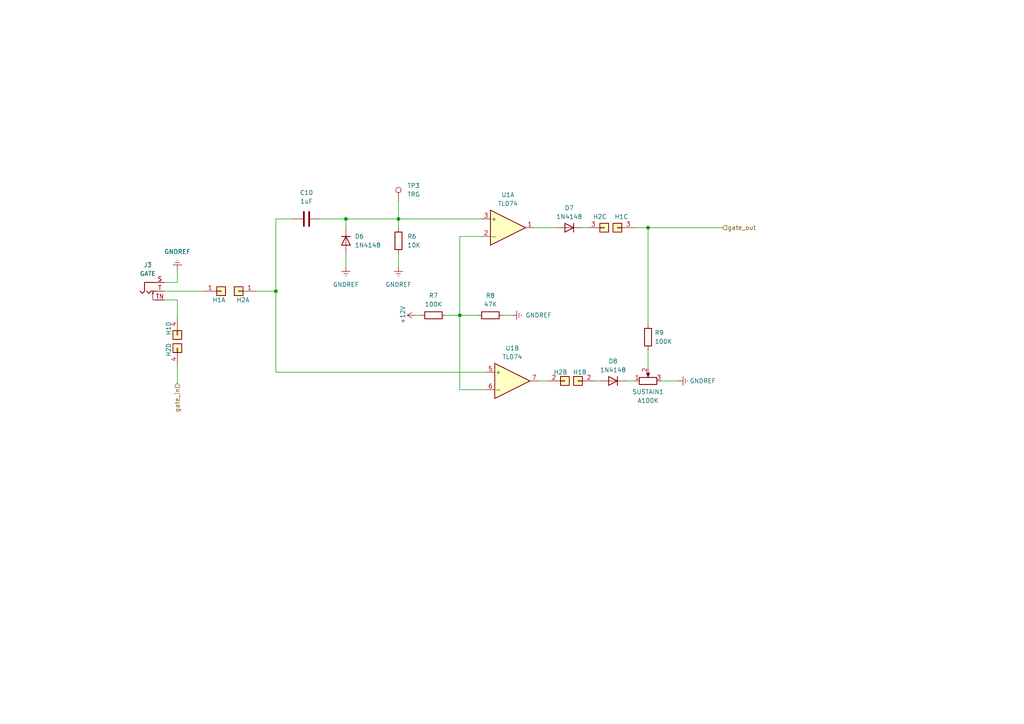
<source format=kicad_sch>
(kicad_sch (version 20231120) (generator "eeschema") (generator_version "8.0")
  (paper "A4")
  (lib_symbols
    (symbol "Amplifier_Operational:TL074" (pin_names (offset 0.127))
      (property "Reference" "U" (at 0 5.08 0))
      (property "Value" "TL074" (at 0 -5.08 0))
      (symbol "TL074_1_1"
        (polyline (pts (xy -5.08 5.08) (xy 5.08 0) (xy -5.08 -5.08) (xy -5.08 5.08)) (stroke (width 0.254)) (fill (type background)))
        (pin output line (at 7.62 0 180) (length 2.54) (name "~") (number "1"))
        (pin input line (at -7.62 -2.54 0) (length 2.54) (name "-") (number "2"))
        (pin input line (at -7.62 2.54 0) (length 2.54) (name "+") (number "3"))
      )
      (symbol "TL074_2_1"
        (polyline (pts (xy -5.08 5.08) (xy 5.08 0) (xy -5.08 -5.08) (xy -5.08 5.08)) (stroke (width 0.254)) (fill (type background)))
        (pin input line (at -7.62 2.54 0) (length 2.54) (name "+") (number "5"))
        (pin input line (at -7.62 -2.54 0) (length 2.54) (name "-") (number "6"))
        (pin output line (at 7.62 0 180) (length 2.54) (name "~") (number "7"))
      )
      (symbol "TL074_3_1"
        (polyline (pts (xy -5.08 5.08) (xy 5.08 0) (xy -5.08 -5.08) (xy -5.08 5.08)) (stroke (width 0.254)) (fill (type background)))
        (pin input line (at -7.62 2.54 0) (length 2.54) (name "+") (number "10"))
        (pin output line (at 7.62 0 180) (length 2.54) (name "~") (number "8"))
        (pin input line (at -7.62 -2.54 0) (length 2.54) (name "-") (number "9"))
      )
      (symbol "TL074_4_1"
        (polyline (pts (xy -5.08 5.08) (xy 5.08 0) (xy -5.08 -5.08) (xy -5.08 5.08)) (stroke (width 0.254)) (fill (type background)))
        (pin input line (at -7.62 2.54 0) (length 2.54) (name "+") (number "12"))
        (pin input line (at -7.62 -2.54 0) (length 2.54) (name "-") (number "13"))
        (pin output line (at 7.62 0 180) (length 2.54) (name "~") (number "14"))
      )
      (symbol "TL074_5_1"
        (pin power_in line (at -2.54 -7.62 90) (length 3.81) (name "V-") (number "11"))
        (pin power_in line (at -2.54 7.62 270) (length 3.81) (name "V+") (number "4"))
      )
    )
    (symbol "Connector:TestPoint" (pin_numbers hide) (pin_names (offset 0.762) hide)
      (property "Reference" "TP" (at 0 6.858 0))
      (property "Value" "TestPoint" (at 0 5.08 0))
      (symbol "TestPoint_0_1"
        (circle (center 0 3.302) (radius 0.762))
      )
      (symbol "TestPoint_1_1"
        (pin passive line (at 0 0 90) (length 2.54) (name "1") (number "1"))
      )
    )
    (symbol "power:+12V" (power) (pin_numbers hide) (pin_names (offset 0) hide)
      (property "Value" "+12V" (at 0 3.556 0))
      (symbol "+12V_0_1"
        (polyline (pts (xy -0.762 1.27) (xy 0 2.54)))
        (polyline (pts (xy 0 0) (xy 0 2.54)))
        (polyline (pts (xy 0 2.54) (xy 0.762 1.27)))
      )
      (symbol "+12V_1_1"
        (pin power_in line (at 0 0 90) (length 0) (name "~") (number "1"))
      )
    )
    (symbol "power:GNDREF" (power) (pin_numbers hide) (pin_names (offset 0) hide)
      (property "Value" "GNDREF" (at 0 -3.81 0))
      (symbol "GNDREF_0_1"
        (polyline (pts (xy -0.635 -1.905) (xy 0.635 -1.905)))
        (polyline (pts (xy -0.127 -2.54) (xy 0.127 -2.54)))
        (polyline (pts (xy 0 -1.27) (xy 0 0)))
        (polyline (pts (xy 1.27 -1.27) (xy -1.27 -1.27)))
      )
      (symbol "GNDREF_1_1"
        (pin power_in line (at 0 0 270) (length 0) (name "~") (number "1"))
      )
    )
    (symbol "synth:AudioJack_Mono_3.5mm"
      (property "Reference" "J" (at 0 8.89 0))
      (property "Value" "AudioJack_Mono_3.5mm" (at 0 6.35 0))
      (symbol "AudioJack_Mono_3.5mm_0_1"
        (polyline (pts (xy 1.778 -0.254) (xy 2.032 -0.762)))
        (polyline (pts (xy 0 0) (xy 0.635 -0.635) (xy 1.27 0) (xy 2.54 0)) (stroke (width 0.254)))
        (polyline (pts (xy 2.54 -2.54) (xy 1.778 -2.54) (xy 1.778 -0.254) (xy 1.524 -0.762)))
        (polyline (pts (xy 2.54 2.54) (xy -0.635 2.54) (xy -0.635 0) (xy -1.27 -0.635) (xy -1.905 0)) (stroke (width 0.254)))
      )
      (symbol "AudioJack_Mono_3.5mm_1_1"
        (pin passive line (at 5.08 2.54 180) (length 2.54) (name "~") (number "S"))
        (pin passive line (at 5.08 0 180) (length 2.54) (name "~") (number "T"))
        (pin passive line (at 5.08 -2.54 180) (length 2.54) (name "~") (number "TN"))
      )
    )
    (symbol "synth:C_1uF (MKS)" (pin_numbers hide) (pin_names (offset 0.254))
      (property "Reference" "C" (at 3.048 1.016 0))
      (property "Value" "C_1uF (MKS)" (at 3.048 -1.016 0))
      (symbol "C_1uF (MKS)_0_1"
        (polyline (pts (xy -2.032 -0.762) (xy 2.032 -0.762)) (stroke (width 0.508)))
        (polyline (pts (xy -2.032 0.762) (xy 2.032 0.762)) (stroke (width 0.508)))
      )
      (symbol "C_1uF (MKS)_1_1"
        (pin passive line (at 0 3.81 270) (length 2.794) (name "~") (number "1"))
        (pin passive line (at 0 -3.81 90) (length 2.794) (name "~") (number "2"))
      )
    )
    (symbol "synth:D_Signal (1N4148)" (pin_numbers hide) (pin_names hide)
      (property "Reference" "D" (at 0 2.54 0))
      (property "Value" "1N4148" (at 0 -2.54 0))
      (symbol "D_Signal (1N4148)_0_1"
        (polyline (pts (xy -1.27 1.27) (xy -1.27 -1.27)) (stroke (width 0.254)))
        (polyline (pts (xy 1.27 0) (xy -1.27 0)))
        (polyline (pts (xy 1.27 1.27) (xy 1.27 -1.27) (xy -1.27 0) (xy 1.27 1.27)) (stroke (width 0.254)))
      )
      (symbol "D_Signal (1N4148)_1_1"
        (pin passive line (at -3.81 0 0) (length 2.54) (name "K") (number "1"))
        (pin passive line (at 3.81 0 180) (length 2.54) (name "A") (number "2"))
      )
    )
    (symbol "synth:PinHeader_01x04" (pin_names (offset 1.016) hide)
      (property "Reference" "J" (at 0 2.54 0))
      (property "Value" "PinHeader_01x04" (at 0 -2.54 0))
      (symbol "PinHeader_01x04_1_1"
        (rectangle (start -1.27 0.127) (end 0 -0.127) (stroke (width 0.1524)))
        (rectangle (start -1.27 1.27) (end 1.27 -1.27) (stroke (width 0.254)) (fill (type background)))
        (pin passive line (at -5.08 0 0) (length 3.81) (name "Pin_1") (number "1"))
      )
      (symbol "PinHeader_01x04_2_1"
        (rectangle (start -1.27 0.127) (end 0 -0.127) (stroke (width 0.1524)))
        (rectangle (start -1.27 1.27) (end 1.27 -1.27) (stroke (width 0.254)) (fill (type background)))
        (pin passive line (at -5.08 0 0) (length 3.81) (name "Pin_2") (number "2"))
      )
      (symbol "PinHeader_01x04_3_1"
        (rectangle (start -1.27 0.127) (end 0 -0.127) (stroke (width 0.1524)))
        (rectangle (start -1.27 1.27) (end 1.27 -1.27) (stroke (width 0.254)) (fill (type background)))
        (pin passive line (at -5.08 0 0) (length 3.81) (name "Pin_3") (number "3"))
      )
      (symbol "PinHeader_01x04_4_1"
        (rectangle (start -1.27 0.127) (end 0 -0.127) (stroke (width 0.1524)))
        (rectangle (start -1.27 1.27) (end 1.27 -1.27) (stroke (width 0.254)) (fill (type background)))
        (pin passive line (at -5.08 0 0) (length 3.81) (name "Pin_4") (number "4"))
      )
    )
    (symbol "synth:PinSocket_01x04" (pin_names (offset 1.016) hide)
      (property "Reference" "J" (at 0 2.54 0))
      (property "Value" "PinSocket_01x04" (at 0 -2.54 0))
      (symbol "PinSocket_01x04_1_1"
        (rectangle (start -1.27 0.127) (end 0 -0.127) (stroke (width 0.1524)))
        (rectangle (start -1.27 1.27) (end 1.27 -1.27) (stroke (width 0.254)) (fill (type background)))
        (pin passive line (at -5.08 0 0) (length 3.81) (name "Pin_1") (number "1"))
      )
      (symbol "PinSocket_01x04_2_1"
        (rectangle (start -1.27 0.127) (end 0 -0.127) (stroke (width 0.1524)))
        (rectangle (start -1.27 1.27) (end 1.27 -1.27) (stroke (width 0.254)) (fill (type background)))
        (pin passive line (at -5.08 0 0) (length 3.81) (name "Pin_2") (number "2"))
      )
      (symbol "PinSocket_01x04_3_1"
        (rectangle (start -1.27 0.127) (end 0 -0.127) (stroke (width 0.1524)))
        (rectangle (start -1.27 1.27) (end 1.27 -1.27) (stroke (width 0.254)) (fill (type background)))
        (pin passive line (at -5.08 0 0) (length 3.81) (name "Pin_3") (number "3"))
      )
      (symbol "PinSocket_01x04_4_1"
        (rectangle (start -1.27 0.127) (end 0 -0.127) (stroke (width 0.1524)))
        (rectangle (start -1.27 1.27) (end 1.27 -1.27) (stroke (width 0.254)) (fill (type background)))
        (pin passive line (at -5.08 0 0) (length 3.81) (name "Pin_4") (number "4"))
      )
    )
    (symbol "synth:R_Default" (pin_numbers hide) (pin_names (offset 0))
      (property "Reference" "R" (at -2.032 0 90))
      (property "Value" "R1" (at 2.032 0 90))
      (symbol "R_Default_0_1"
        (rectangle (start 1.016 -2.54) (end -1.016 2.54) (stroke (width 0.254)))
      )
      (symbol "R_Default_1_1"
        (pin passive line (at 0 -3.81 90) (length 1.27) (name "~") (number "1"))
        (pin passive line (at 0 3.81 270) (length 1.27) (name "~") (number "2"))
      )
    )
    (symbol "synth:R_Potentiometer (P0915N)" (pin_names (offset 1.016) hide)
      (property "Reference" "RV" (at -4.445 0 90))
      (property "Value" "R_Potentiometer" (at -2.54 0 90))
      (symbol "R_Potentiometer (P0915N)_0_1"
        (rectangle (start -1.016 2.54) (end 1.016 -2.54) (stroke (width 0.254)))
        (polyline (pts (xy 2.54 0) (xy 1.524 0)))
        (polyline (pts (xy 1.143 0) (xy 2.286 0.508) (xy 2.286 -0.508) (xy 1.143 0)) (fill (type outline)))
      )
      (symbol "R_Potentiometer (P0915N)_1_1"
        (pin passive line (at 0 3.81 270) (length 1.27) (name "1") (number "1"))
        (pin passive line (at 3.81 0 180) (length 1.27) (name "2") (number "2"))
        (pin passive line (at 0 -3.81 90) (length 1.27) (name "3") (number "3"))
      )
    )
  )
  (junction (at 133.35 91.44))
  (junction (at 80.01 84.455))
  (junction (at 100.33 63.5))
  (junction (at 115.57 63.5))
  (junction (at 187.96 66.04))
  (wire (pts (xy 140.97 113.03) (xy 133.35 113.03)))
  (wire (pts (xy 187.96 66.04) (xy 209.55 66.04)))
  (wire (pts (xy 100.33 77.47) (xy 100.33 73.66)))
  (wire (pts (xy 80.01 84.455) (xy 80.01 107.95)))
  (wire (pts (xy 80.01 63.5) (xy 80.01 84.455)))
  (wire (pts (xy 191.77 110.49) (xy 196.85 110.49)))
  (wire (pts (xy 133.35 68.58) (xy 139.7 68.58)))
  (wire (pts (xy 47.625 81.915) (xy 51.435 81.915)))
  (wire (pts (xy 172.72 110.49) (xy 173.99 110.49)))
  (wire (pts (xy 181.61 110.49) (xy 184.15 110.49)))
  (wire (pts (xy 133.35 68.58) (xy 133.35 91.44)))
  (wire (pts (xy 115.57 73.66) (xy 115.57 77.47)))
  (wire (pts (xy 51.435 86.995) (xy 51.435 92.075)))
  (wire (pts (xy 138.43 91.44) (xy 133.35 91.44)))
  (wire (pts (xy 51.435 81.915) (xy 51.435 78.105)))
  (wire (pts (xy 120.65 91.44) (xy 121.92 91.44)))
  (wire (pts (xy 47.625 84.455) (xy 59.055 84.455)))
  (wire (pts (xy 115.57 66.04) (xy 115.57 63.5)))
  (wire (pts (xy 85.09 63.5) (xy 80.01 63.5)))
  (wire (pts (xy 187.96 66.04) (xy 184.15 66.04)))
  (wire (pts (xy 170.18 66.04) (xy 168.91 66.04)))
  (wire (pts (xy 92.71 63.5) (xy 100.33 63.5)))
  (wire (pts (xy 100.33 66.04) (xy 100.33 63.5)))
  (wire (pts (xy 133.35 113.03) (xy 133.35 91.44)))
  (wire (pts (xy 47.625 86.995) (xy 51.435 86.995)))
  (wire (pts (xy 187.96 101.6) (xy 187.96 106.68)))
  (wire (pts (xy 115.57 63.5) (xy 139.7 63.5)))
  (wire (pts (xy 140.97 107.95) (xy 80.01 107.95)))
  (wire (pts (xy 100.33 63.5) (xy 115.57 63.5)))
  (wire (pts (xy 115.57 58.42) (xy 115.57 63.5)))
  (wire (pts (xy 148.59 91.44) (xy 146.05 91.44)))
  (wire (pts (xy 156.21 110.49) (xy 158.75 110.49)))
  (wire (pts (xy 74.295 84.455) (xy 80.01 84.455)))
  (wire (pts (xy 154.94 66.04) (xy 161.29 66.04)))
  (wire (pts (xy 187.96 66.04) (xy 187.96 93.98)))
  (wire (pts (xy 129.54 91.44) (xy 133.35 91.44)))
  (wire (pts (xy 51.435 106.045) (xy 51.435 111.125)))
  (hierarchical_label "gate_in" (shape input) (at 51.435 111.125 270))
  (hierarchical_label "gate_out" (shape input) (at 209.55 66.04 0))
  (symbol (lib_id "synth:D_Signal (1N4148)") (at 177.8 110.49 180) (unit 1)
    (property "Reference" "D8" (at 177.8 104.775 0))
    (property "Value" "1N4148" (at 177.8 107.315 0))
    (property "Footprint" "Synth:D_DO-35_SOD27_P7.62mm_Horizontal" (effects (hide yes)))
    (property "Datasheet" "https://assets.nexperia.com/documents/data-sheet/1N4148_1N4448.pdf" (effects (hide yes)))
    (property "Description" "100V 0.15A standard switching diode, DO-35" (effects (hide yes)))
    (property "Sim.Device" "D" (effects (hide yes)))
    (property "Sim.Pins" "1=K 2=A" (effects (hide yes)))
  )
  (symbol (lib_id "synth:PinHeader_01x04") (at 179.07 66.04 180) (unit 3)
    (property "Reference" "H1" (at 182.245 62.865 0) (effects (justify left)))
    (property "Value" "TOP_IN" (effects (hide yes)))
    (property "Footprint" "Synth:PinHeader_1x04_P2.54mm_Vertical" (effects (hide yes)))
    (property "Description" "Generic connector, single row, 01x01, script generated (kicad-library-utils/schlib/autogen/connector/)" (effects (hide yes)))
  )
  (symbol (lib_id "power:GNDREF") (at 148.59 91.44 90) (unit 1)
    (property "Reference" "#PWR023" (effects (hide yes)))
    (property "Value" "GNDREF" (at 152.4 91.44 90) (effects (justify right)))
    (property "Description" "Power symbol creates a global label with name \"GNDREF\" , reference supply ground" (effects (hide yes)))
  )
  (symbol (lib_id "synth:R_Default") (at 187.96 97.79 180) (unit 1)
    (property "Reference" "R9" (at 189.865 96.5199 0) (effects (justify right)))
    (property "Value" "100K" (at 189.865 99.0599 0) (effects (justify right)))
    (property "Footprint" "Synth:R_Default (DIN0207)" (effects (hide yes)))
    (property "Description" "Resistor" (effects (hide yes)))
  )
  (symbol (lib_id "synth:PinHeader_01x04") (at 64.135 84.455 0) (unit 1)
    (property "Reference" "H1" (at 61.595 86.995 0) (effects (justify left)))
    (property "Value" "TOP_IN" (effects (hide yes)))
    (property "Footprint" "Synth:PinHeader_1x04_P2.54mm_Vertical" (effects (hide yes)))
    (property "Description" "Generic connector, single row, 01x01, script generated (kicad-library-utils/schlib/autogen/connector/)" (effects (hide yes)))
  )
  (symbol (lib_id "Connector:TestPoint") (at 115.57 58.42 0) (unit 1)
    (property "Reference" "TP3" (at 118.11 53.8479 0) (effects (justify left)))
    (property "Value" "TRG" (at 118.11 56.3879 0) (effects (justify left)))
    (property "Footprint" "Connector_Pin:Pin_D1.0mm_L10.0mm" (effects (hide yes)))
    (property "Description" "test point" (effects (hide yes)))
  )
  (symbol (lib_id "synth:PinSocket_01x04") (at 163.83 110.49 0) (unit 2)
    (property "Reference" "H2" (at 162.56 107.95 0))
    (property "Value" "BTM_IN" (effects (hide yes)))
    (property "Footprint" "Synth:PinSocket_1x04_P2.54mm_Vertical" (effects (hide yes)))
    (property "Description" "Generic connector, single row, 01x01, script generated (kicad-library-utils/schlib/autogen/connector/)" (effects (hide yes)))
  )
  (symbol (lib_id "synth:PinSocket_01x04") (at 51.435 97.155 270) (unit 4)
    (property "Reference" "H1" (at 48.895 95.25 0))
    (property "Value" "TOP_IN" (effects (hide yes)))
    (property "Footprint" "Synth:PinSocket_1x04_P2.54mm_Vertical" (effects (hide yes)))
    (property "Description" "Generic connector, single row, 01x01, script generated (kicad-library-utils/schlib/autogen/connector/)" (effects (hide yes)))
  )
  (symbol (lib_id "synth:C_1uF (MKS)") (at 88.9 63.5 90) (unit 1)
    (property "Reference" "C10" (at 88.9 55.88 90))
    (property "Value" "1uF" (at 88.9 58.42 90))
    (property "Footprint" "Synth:C_RECT_MKT_1uF" (effects (hide yes)))
    (property "Description" "Unpolarized capacitor" (effects (hide yes)))
  )
  (symbol (lib_id "power:GNDREF") (at 115.57 77.47 0) (unit 1)
    (property "Reference" "#PWR021" (effects (hide yes)))
    (property "Value" "GNDREF" (at 115.57 82.55 0))
    (property "Description" "Power symbol creates a global label with name \"GNDREF\" , reference supply ground" (effects (hide yes)))
  )
  (symbol (lib_id "Amplifier_Operational:TL074") (at 148.59 110.49 0) (unit 2)
    (property "Reference" "U1" (at 148.59 100.965 0))
    (property "Value" "TL074" (at 148.59 103.505 0))
    (property "Footprint" "Package_DIP:DIP-14_W7.62mm_Socket_LongPads" (effects (hide yes)))
    (property "Datasheet" "http://www.ti.com/lit/ds/symlink/tl071.pdf" (effects (hide yes)))
    (property "Description" "Quad Low-Noise JFET-Input Operational Amplifiers, DIP-14/SOIC-14" (effects (hide yes)))
  )
  (symbol (lib_id "synth:R_Default") (at 142.24 91.44 90) (unit 1)
    (property "Reference" "R8" (at 142.24 85.725 90))
    (property "Value" "47K" (at 142.24 88.265 90))
    (property "Footprint" "Synth:R_Default (DIN0207)" (effects (hide yes)))
    (property "Description" "Resistor" (effects (hide yes)))
  )
  (symbol (lib_id "power:+12V") (at 120.65 91.44 90) (unit 1)
    (property "Reference" "#PWR022" (effects (hide yes)))
    (property "Value" "+12V" (at 116.84 93.98 0) (effects (justify left)))
    (property "Description" "Power symbol creates a global label with name \"+12V\"" (effects (hide yes)))
  )
  (symbol (lib_id "synth:R_Default") (at 125.73 91.44 90) (unit 1)
    (property "Reference" "R7" (at 125.73 85.725 90))
    (property "Value" "100K" (at 125.73 88.265 90))
    (property "Footprint" "Synth:R_Default (DIN0207)" (effects (hide yes)))
    (property "Description" "Resistor" (effects (hide yes)))
  )
  (symbol (lib_id "Amplifier_Operational:TL074") (at 147.32 66.04 0) (unit 1)
    (property "Reference" "U1" (at 147.32 56.515 0))
    (property "Value" "TL074" (at 147.32 59.055 0))
    (property "Footprint" "Package_DIP:DIP-14_W7.62mm_Socket_LongPads" (effects (hide yes)))
    (property "Datasheet" "http://www.ti.com/lit/ds/symlink/tl071.pdf" (effects (hide yes)))
    (property "Description" "Quad Low-Noise JFET-Input Operational Amplifiers, DIP-14/SOIC-14" (effects (hide yes)))
  )
  (symbol (lib_id "power:GNDREF") (at 51.435 78.105 180) (unit 1)
    (property "Reference" "#PWR019" (effects (hide yes)))
    (property "Value" "GNDREF" (at 51.435 73.025 0))
    (property "Description" "Power symbol creates a global label with name \"GNDREF\" , reference supply ground" (effects (hide yes)))
  )
  (symbol (lib_id "synth:AudioJack_Mono_3.5mm") (at 42.545 84.455 0) (unit 1)
    (property "Reference" "J3" (at 42.8625 76.835 0))
    (property "Value" "GATE" (at 42.8625 79.375 0))
    (property "Footprint" "Synth:Jack_3.5mm_QingPu_WQP-PJ398SM_Vertical_CircularHoles" (effects (hide yes)))
    (property "Description" "Audio Jack, 2 Poles (Mono / TS), Switched T Pole (Normalling)" (effects (hide yes)))
  )
  (symbol (lib_id "synth:R_Potentiometer (P0915N)") (at 187.96 110.49 90) (unit 1)
    (property "Reference" "SUSTAIN1" (at 187.96 113.665 90))
    (property "Value" "A100K" (at 187.96 116.205 90))
    (property "Footprint" "Synth:Potentiometer_TT_P0915N" (effects (hide yes)))
    (property "Description" "Potentiometer" (effects (hide yes)))
  )
  (symbol (lib_id "power:GNDREF") (at 100.33 77.47 0) (unit 1)
    (property "Reference" "#PWR020" (effects (hide yes)))
    (property "Value" "GNDREF" (at 100.33 82.55 0))
    (property "Description" "Power symbol creates a global label with name \"GNDREF\" , reference supply ground" (effects (hide yes)))
  )
  (symbol (lib_id "synth:PinHeader_01x04") (at 51.435 100.965 90) (unit 4)
    (property "Reference" "H2" (at 48.895 103.505 0) (effects (justify left)))
    (property "Value" "BTM_IN" (effects (hide yes)))
    (property "Footprint" "Synth:PinHeader_1x04_P2.54mm_Vertical" (effects (hide yes)))
    (property "Description" "Generic connector, single row, 01x01, script generated (kicad-library-utils/schlib/autogen/connector/)" (effects (hide yes)))
  )
  (symbol (lib_id "synth:R_Default") (at 115.57 69.85 180) (unit 1)
    (property "Reference" "R6" (at 118.11 68.5799 0) (effects (justify right)))
    (property "Value" "10K" (at 118.11 71.1199 0) (effects (justify right)))
    (property "Footprint" "Synth:R_Default (DIN0207)" (effects (hide yes)))
    (property "Description" "Resistor" (effects (hide yes)))
  )
  (symbol (lib_id "synth:PinSocket_01x04") (at 69.215 84.455 180) (unit 1)
    (property "Reference" "H2" (at 70.485 86.995 0))
    (property "Value" "BTM_IN" (effects (hide yes)))
    (property "Footprint" "Synth:PinSocket_1x04_P2.54mm_Vertical" (effects (hide yes)))
    (property "Description" "Generic connector, single row, 01x01, script generated (kicad-library-utils/schlib/autogen/connector/)" (effects (hide yes)))
  )
  (symbol (lib_id "synth:PinHeader_01x04") (at 167.64 110.49 180) (unit 2)
    (property "Reference" "H1" (at 170.18 107.95 0) (effects (justify left)))
    (property "Value" "TOP_IN" (effects (hide yes)))
    (property "Footprint" "Synth:PinHeader_1x04_P2.54mm_Vertical" (effects (hide yes)))
    (property "Description" "Generic connector, single row, 01x01, script generated (kicad-library-utils/schlib/autogen/connector/)" (effects (hide yes)))
  )
  (symbol (lib_id "power:GNDREF") (at 196.85 110.49 90) (unit 1)
    (property "Reference" "#PWR024" (effects (hide yes)))
    (property "Value" "GNDREF" (at 200.025 110.49 90) (effects (justify right)))
    (property "Description" "Power symbol creates a global label with name \"GNDREF\" , reference supply ground" (effects (hide yes)))
  )
  (symbol (lib_id "synth:D_Signal (1N4148)") (at 100.33 69.85 270) (unit 1)
    (property "Reference" "D6" (at 102.87 68.5799 90) (effects (justify left)))
    (property "Value" "1N4148" (at 102.87 71.1199 90) (effects (justify left)))
    (property "Footprint" "Synth:D_DO-35_SOD27_P7.62mm_Horizontal" (effects (hide yes)))
    (property "Datasheet" "https://assets.nexperia.com/documents/data-sheet/1N4148_1N4448.pdf" (effects (hide yes)))
    (property "Description" "100V 0.15A standard switching diode, DO-35" (effects (hide yes)))
    (property "Sim.Device" "D" (effects (hide yes)))
    (property "Sim.Pins" "1=K 2=A" (effects (hide yes)))
  )
  (symbol (lib_id "synth:PinSocket_01x04") (at 175.26 66.04 0) (unit 3)
    (property "Reference" "H2" (at 173.99 62.865 0))
    (property "Value" "BTM_IN" (effects (hide yes)))
    (property "Footprint" "Synth:PinSocket_1x04_P2.54mm_Vertical" (effects (hide yes)))
    (property "Description" "Generic connector, single row, 01x01, script generated (kicad-library-utils/schlib/autogen/connector/)" (effects (hide yes)))
  )
  (symbol (lib_id "synth:D_Signal (1N4148)") (at 165.1 66.04 180) (unit 1)
    (property "Reference" "D7" (at 165.1 60.325 0))
    (property "Value" "1N4148" (at 165.1 62.865 0))
    (property "Footprint" "Synth:D_DO-35_SOD27_P7.62mm_Horizontal" (effects (hide yes)))
    (property "Datasheet" "https://assets.nexperia.com/documents/data-sheet/1N4148_1N4448.pdf" (effects (hide yes)))
    (property "Description" "100V 0.15A standard switching diode, DO-35" (effects (hide yes)))
    (property "Sim.Device" "D" (effects (hide yes)))
    (property "Sim.Pins" "1=K 2=A" (effects (hide yes)))
  )
)
</source>
